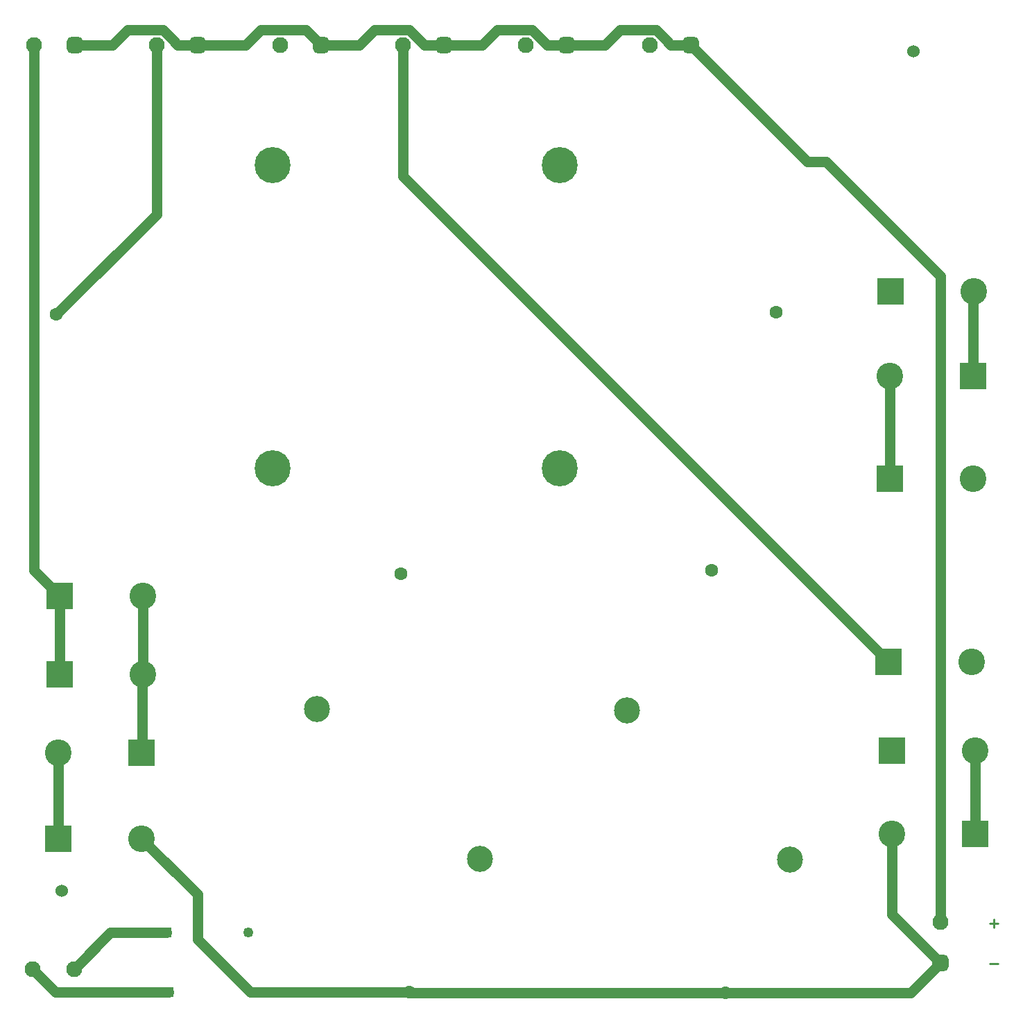
<source format=gbr>
%TF.GenerationSoftware,Altium Limited,Altium Designer,24.10.1 (45)*%
G04 Layer_Physical_Order=1*
G04 Layer_Color=255*
%FSLAX45Y45*%
%MOMM*%
%TF.SameCoordinates,FE7F3FAC-07A9-46B7-8817-9A63D08EFC34*%
%TF.FilePolarity,Positive*%
%TF.FileFunction,Copper,L1,Top,Signal*%
%TF.Part,Single*%
G01*
G75*
%TA.AperFunction,Conductor*%
%ADD10C,1.27000*%
%TA.AperFunction,NonConductor*%
%ADD11C,0.25400*%
%TA.AperFunction,ViaPad*%
%ADD12C,1.52400*%
%TA.AperFunction,ComponentPad*%
G04:AMPARAMS|DCode=13|XSize=1.95mm|YSize=1.95mm|CornerRadius=0.4875mm|HoleSize=0mm|Usage=FLASHONLY|Rotation=180.000|XOffset=0mm|YOffset=0mm|HoleType=Round|Shape=RoundedRectangle|*
%AMROUNDEDRECTD13*
21,1,1.95000,0.97500,0,0,180.0*
21,1,0.97500,1.95000,0,0,180.0*
1,1,0.97500,-0.48750,0.48750*
1,1,0.97500,0.48750,0.48750*
1,1,0.97500,0.48750,-0.48750*
1,1,0.97500,-0.48750,-0.48750*
%
%ADD13ROUNDEDRECTD13*%
%ADD14C,1.95000*%
%ADD15C,1.60000*%
%ADD16C,3.25000*%
%ADD17R,3.25000X3.25000*%
%ADD18C,3.18000*%
%ADD19C,4.40000*%
%ADD20C,1.25000*%
%ADD21R,1.25000X1.25000*%
G04:AMPARAMS|DCode=22|XSize=1.95mm|YSize=1.95mm|CornerRadius=0.4875mm|HoleSize=0mm|Usage=FLASHONLY|Rotation=90.000|XOffset=0mm|YOffset=0mm|HoleType=Round|Shape=RoundedRectangle|*
%AMROUNDEDRECTD22*
21,1,1.95000,0.97500,0,0,90.0*
21,1,0.97500,1.95000,0,0,90.0*
1,1,0.97500,0.48750,0.48750*
1,1,0.97500,0.48750,-0.48750*
1,1,0.97500,-0.48750,-0.48750*
1,1,0.97500,-0.48750,0.48750*
%
%ADD22ROUNDEDRECTD22*%
D10*
X977900Y4360200D02*
Y5312700D01*
X11137900Y1430401D02*
X11734800Y833501D01*
X11137900Y1430401D02*
Y2413000D01*
X12153900D02*
Y3429000D01*
X11112500Y6743700D02*
Y8001000D01*
X12134850Y8007350D02*
Y9023350D01*
X12141200Y9029700D01*
X12128500Y8001000D02*
X12134850Y8007350D01*
X9105900Y469900D02*
X11371199D01*
X11734800Y833501D01*
X5245100Y482600D02*
X5251414Y476286D01*
X5274749D01*
X5281135Y469900D01*
X9105900D01*
X3306700Y482600D02*
X5245100D01*
X5172901Y10439500D02*
X11099800Y4512600D01*
X5172901Y10439500D02*
Y12039600D01*
X939800Y8750300D02*
X2163001Y9973500D01*
Y12039600D01*
X927100Y482600D02*
X2306700D01*
X647700Y762000D02*
X927100Y482600D01*
X1155700Y762000D02*
X1600200Y1206500D01*
X2281300D01*
X2662893Y1126407D02*
Y1671907D01*
X1981200Y2353600D02*
X2662893Y1671907D01*
Y1126407D02*
X3306700Y482600D01*
X965200Y2353600D02*
Y3399500D01*
X1987550Y3405850D02*
Y4353850D01*
X1981200Y3399500D02*
X1987550Y3405850D01*
Y4353850D02*
X1993900Y4360200D01*
Y5312700D01*
X664400Y5626200D02*
Y12039600D01*
Y5626200D02*
X977900Y5312700D01*
X1164400Y12039600D02*
X1626105D01*
X1812505Y12226000D01*
X2240210D01*
X2349401Y12116809D01*
Y12113995D02*
Y12116809D01*
Y12113995D02*
X2423796Y12039600D01*
X2663000D01*
X3249249D01*
X3435649Y12226000D02*
X3987899D01*
X3249249Y12039600D02*
X3435649Y12226000D01*
X3987899D02*
X4174300Y12039600D01*
X5359301Y12113995D02*
X5433696Y12039600D01*
X5359301Y12113995D02*
Y12116809D01*
X5250110Y12226000D02*
X5359301Y12116809D01*
X4822405Y12226000D02*
X5250110D01*
X4636005Y12039600D02*
X4822405Y12226000D01*
X5433696Y12039600D02*
X5672899D01*
X4174300D02*
X4636005D01*
X6321005Y12226000D02*
X6748710D01*
X6857901Y12116809D01*
Y12113995D02*
Y12116809D01*
X6134605Y12039600D02*
X6321005Y12226000D01*
X6857901Y12113995D02*
X6932296Y12039600D01*
X5672899D02*
X6134605D01*
X6932296D02*
X7171500D01*
X7639555D02*
X7825955Y12226000D01*
X7171500Y12039600D02*
X7639555D01*
X8443596D02*
X8682800D01*
X8369201Y12113995D02*
X8443596Y12039600D01*
X8369201Y12113995D02*
Y12116809D01*
X8260010Y12226000D02*
X8369201Y12116809D01*
X7825955Y12226000D02*
X8260010D01*
X8682800Y12039600D02*
X10104182Y10618217D01*
X10334406D01*
X11734800Y9217824D01*
Y1333500D02*
Y9217824D01*
D11*
X12331700Y825500D02*
X12433267D01*
X12331700Y1320783D02*
X12433267D01*
X12382483Y1371567D02*
Y1270000D01*
D12*
X1003300Y1714500D02*
D03*
X11404600Y11963400D02*
D03*
D13*
X1164400Y12039600D02*
D03*
X7171500D02*
D03*
X8682800D02*
D03*
X2663000D02*
D03*
X4174300D02*
D03*
X5672899D02*
D03*
D14*
X664400D02*
D03*
X1155700Y762000D02*
D03*
X647700D02*
D03*
X6671500Y12039600D02*
D03*
X8182800D02*
D03*
X2163001D02*
D03*
X3674300D02*
D03*
X5172901D02*
D03*
X11734800Y1333500D02*
D03*
D15*
X9728200Y8775700D02*
D03*
X5245100Y482600D02*
D03*
X5143500Y5588000D02*
D03*
X9105900Y469900D02*
D03*
X8940800Y5626100D02*
D03*
X939800Y8750300D02*
D03*
D16*
X1981200Y2353600D02*
D03*
X1993900Y4360200D02*
D03*
Y5312700D02*
D03*
X965200Y3399500D02*
D03*
X11137900Y2413000D02*
D03*
X12153900Y3429000D02*
D03*
X12115800Y4512600D02*
D03*
X12128500Y6743700D02*
D03*
X11112500Y8001000D02*
D03*
X12141200Y9029700D02*
D03*
D17*
X965200Y2353600D02*
D03*
X977900Y4360200D02*
D03*
Y5312700D02*
D03*
X1981200Y3399500D02*
D03*
X12153900Y2413000D02*
D03*
X11137900Y3429000D02*
D03*
X11099800Y4512600D02*
D03*
X11112500Y6743700D02*
D03*
X12128500Y8001000D02*
D03*
X11125200Y9029700D02*
D03*
D18*
X7910700Y3922900D02*
D03*
X9894700Y2096900D02*
D03*
X6110100Y2109600D02*
D03*
X4126100Y3935600D02*
D03*
D19*
X7084000Y6874900D02*
D03*
X3584000D02*
D03*
X7084000Y10574900D02*
D03*
X3584000D02*
D03*
D20*
X3306700Y482600D02*
D03*
X3281300Y1206500D02*
D03*
D21*
X2306700Y482600D02*
D03*
X2281300Y1206500D02*
D03*
D22*
X11734800Y833501D02*
D03*
%TF.MD5,49c67fd33df6489667318ee83d4401ca*%
M02*

</source>
